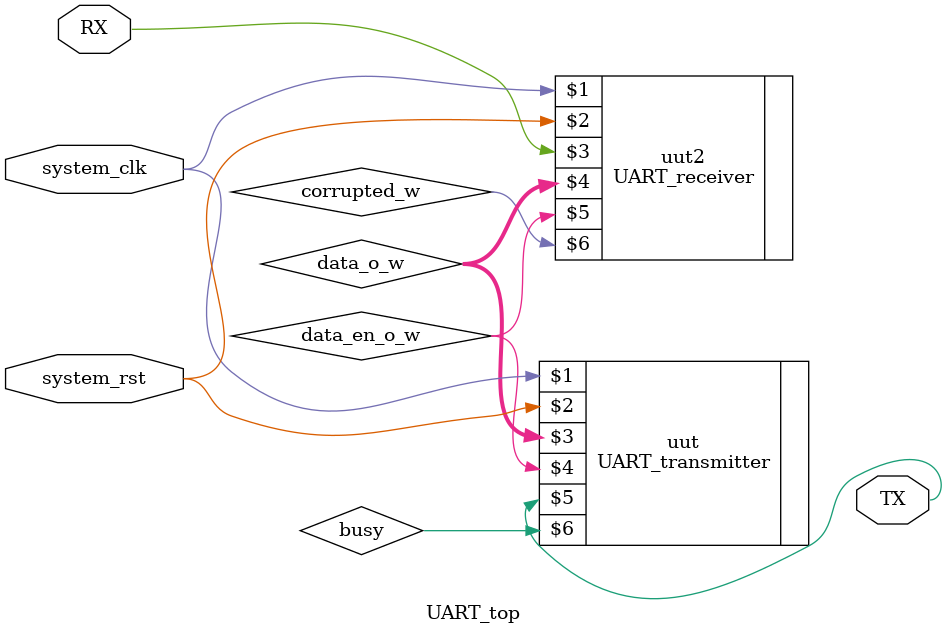
<source format=v>
`timescale 1ns / 1ps


//buadrate=115200
//you can change baudrate in UART_receiver and UART_transmitter;
module UART_top(
    input           system_clk      ,
    input           system_rst      ,
    input           RX              ,
    output          TX                     

  
    );
    

    wire   busy   ;
    wire [7:0]data_o_w;
    wire  data_en_o_w;
    wire corrupted_w;
    
    UART_transmitter uut(system_clk,system_rst,data_o_w,data_en_o_w,TX,busy);
    UART_receiver uut2 (system_clk,system_rst,RX,data_o_w,data_en_o_w,corrupted_w);


endmodule

</source>
